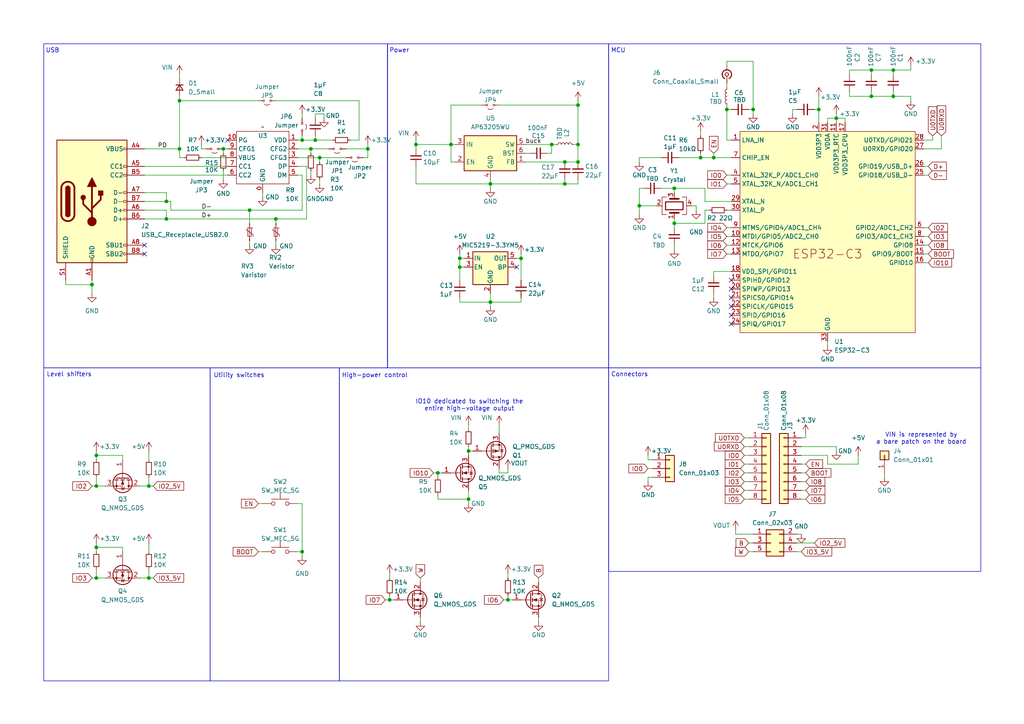
<source format=kicad_sch>
(kicad_sch (version 20231120) (generator "eeschema") (generator_version "8.0")
  (paper "A4")
  (title_block (title "Epi C3") (company "Ping hobbyelektronik"))
  (junction (at 26.67 82.55))
  (junction (at 72.39 60.96))
  (junction (at 133.35 77.47))
  (junction (at 135.89 130.81))
  (junction (at 52.07 43.18))
  (junction (at 130.81 41.91))
  (junction (at 87.63 40.64))
  (junction (at 259.08 27.94))
  (junction (at 113.03 173.99))
  (junction (at 27.94 167.64))
  (junction (at 27.94 132.08))
  (junction (at 48.26 63.5))
  (junction (at 80.01 63.5))
  (junction (at 133.35 74.93))
  (junction (at 237.49 31.75))
  (junction (at 27.94 158.75))
  (junction (at 252.73 20.32))
  (junction (at 87.63 160.02))
  (junction (at 210.82 31.75))
  (junction (at 167.64 41.91))
  (junction (at 64.77 43.18))
  (junction (at 185.42 59.69))
  (junction (at 242.57 34.29))
  (junction (at 48.26 58.42))
  (junction (at 27.94 140.97))
  (junction (at 163.83 53.34))
  (junction (at 90.17 43.18))
  (junction (at 160.02 41.91))
  (junction (at 52.07 29.21))
  (junction (at 135.89 144.78))
  (junction (at 120.65 41.91))
  (junction (at 142.24 53.34))
  (junction (at 163.83 46.99))
  (junction (at 167.64 30.48))
  (junction (at 207.01 45.72))
  (junction (at 195.58 64.77))
  (junction (at 195.58 54.61))
  (junction (at 151.13 74.93))
  (junction (at 127 137.16))
  (junction (at 218.44 31.75))
  (junction (at 106.68 43.18))
  (junction (at 203.2 45.72))
  (junction (at 92.71 45.72))
  (junction (at 91.44 40.64))
  (junction (at 147.32 173.99))
  (junction (at 167.64 46.99))
  (junction (at 43.18 167.64))
  (junction (at 43.18 140.97))
  (junction (at 142.24 87.63))
  (junction (at 252.73 27.94))
  (junction (at 259.08 20.32))
  (no_connect (at 212.09 81.28))
  (no_connect (at 212.09 93.98))
  (no_connect (at 41.91 73.66))
  (no_connect (at 212.09 86.36))
  (no_connect (at 212.09 91.44))
  (no_connect (at 212.09 83.82))
  (no_connect (at 149.86 77.47))
  (no_connect (at 41.91 71.12))
  (no_connect (at 212.09 88.9))
  (no_connect (at 66.04 40.64))
  (wire (pts (xy 207.01 85.09) (xy 207.01 86.36)))
  (wire (pts (xy 48.26 55.88) (xy 48.26 58.42)))
  (wire (pts (xy 210.82 71.12) (xy 212.09 71.12)))
  (wire (pts (xy 248.92 132.08) (xy 248.92 134.62)))
  (wire (pts (xy 41.91 43.18) (xy 52.07 43.18)))
  (wire (pts (xy 218.44 31.75) (xy 217.17 31.75)))
  (wire (pts (xy 133.35 77.47) (xy 134.62 77.47)))
  (wire (pts (xy 113.03 172.72) (xy 113.03 173.99)))
  (wire (pts (xy 27.94 130.81) (xy 27.94 132.08)))
  (wire (pts (xy 269.24 76.2) (xy 267.97 76.2)))
  (wire (pts (xy 125.73 137.16) (xy 127 137.16)))
  (wire (pts (xy 233.68 139.7) (xy 232.41 139.7)))
  (wire (pts (xy 64.77 49.53) (xy 64.77 52.07)))
  (wire (pts (xy 203.2 45.72) (xy 203.2 44.45)))
  (wire (pts (xy 74.93 160.02) (xy 76.2 160.02)))
  (wire (pts (xy 43.18 140.97) (xy 44.45 140.97)))
  (wire (pts (xy 248.92 134.62) (xy 240.03 134.62)))
  (wire (pts (xy 86.36 40.64) (xy 87.63 40.64)))
  (wire (pts (xy 246.38 26.67) (xy 246.38 27.94)))
  (wire (pts (xy 76.2 57.15) (xy 76.2 55.88)))
  (wire (pts (xy 41.91 55.88) (xy 48.26 55.88)))
  (wire (pts (xy 52.07 29.21) (xy 52.07 43.18)))
  (wire (pts (xy 43.18 138.43) (xy 43.18 140.97)))
  (wire (pts (xy 90.17 49.53) (xy 90.17 50.8)))
  (wire (pts (xy 27.94 132.08) (xy 35.56 132.08)))
  (wire (pts (xy 91.44 33.02) (xy 93.98 33.02)))
  (wire (pts (xy 40.64 140.97) (xy 43.18 140.97)))
  (wire (pts (xy 87.63 146.05) (xy 87.63 160.02)))
  (wire (pts (xy 267.97 71.12) (xy 269.24 71.12)))
  (wire (pts (xy 187.96 133.35) (xy 189.23 133.35)))
  (wire (pts (xy 142.24 53.34) (xy 163.83 53.34)))
  (wire (pts (xy 27.94 158.75) (xy 27.94 160.02)))
  (wire (pts (xy 43.18 157.48) (xy 43.18 160.02)))
  (wire (pts (xy 135.89 123.19) (xy 135.89 124.46)))
  (wire (pts (xy 113.03 173.99) (xy 114.3 173.99)))
  (wire (pts (xy 213.36 154.94) (xy 218.44 154.94)))
  (wire (pts (xy 41.91 50.8) (xy 66.04 50.8)))
  (wire (pts (xy 127 144.78) (xy 135.89 144.78)))
  (wire (pts (xy 240.03 34.29) (xy 240.03 35.56)))
  (wire (pts (xy 204.47 60.96) (xy 205.74 60.96)))
  (wire (pts (xy 130.81 30.48) (xy 130.81 41.91)))
  (wire (pts (xy 252.73 20.32) (xy 259.08 20.32)))
  (wire (pts (xy 201.93 60.96) (xy 201.93 59.69)))
  (wire (pts (xy 130.81 46.99) (xy 132.08 46.99)))
  (wire (pts (xy 147.32 172.72) (xy 147.32 173.99)))
  (wire (pts (xy 191.77 54.61) (xy 195.58 54.61)))
  (wire (pts (xy 195.58 55.88) (xy 195.58 54.61)))
  (wire (pts (xy 233.68 142.24) (xy 232.41 142.24)))
  (wire (pts (xy 58.42 43.18) (xy 59.69 43.18)))
  (wire (pts (xy 27.94 132.08) (xy 27.94 133.35)))
  (wire (pts (xy 267.97 50.8) (xy 269.24 50.8)))
  (wire (pts (xy 267.97 73.66) (xy 269.24 73.66)))
  (wire (pts (xy 135.89 130.81) (xy 135.89 132.08)))
  (wire (pts (xy 144.78 30.48) (xy 167.64 30.48)))
  (wire (pts (xy 207.01 45.72) (xy 212.09 45.72)))
  (wire (pts (xy 72.39 64.77) (xy 72.39 60.96)))
  (wire (pts (xy 273.05 39.37) (xy 273.05 43.18)))
  (wire (pts (xy 35.56 158.75) (xy 35.56 160.02)))
  (wire (pts (xy 203.2 45.72) (xy 207.01 45.72)))
  (wire (pts (xy 210.82 24.13) (xy 210.82 25.4)))
  (wire (pts (xy 147.32 135.89) (xy 147.32 137.16)))
  (wire (pts (xy 270.51 39.37) (xy 270.51 40.64)))
  (wire (pts (xy 135.89 146.05) (xy 135.89 144.78)))
  (wire (pts (xy 105.41 45.72) (xy 106.68 45.72)))
  (wire (pts (xy 187.96 135.89) (xy 189.23 135.89)))
  (wire (pts (xy 256.54 137.16) (xy 256.54 138.43)))
  (wire (pts (xy 218.44 33.02) (xy 218.44 31.75)))
  (wire (pts (xy 264.16 29.21) (xy 264.16 27.94)))
  (wire (pts (xy 91.44 33.02) (xy 91.44 34.29)))
  (wire (pts (xy 242.57 34.29) (xy 242.57 35.56)))
  (wire (pts (xy 26.67 140.97) (xy 27.94 140.97)))
  (wire (pts (xy 210.82 60.96) (xy 212.09 60.96)))
  (wire (pts (xy 144.78 135.89) (xy 144.78 137.16)))
  (wire (pts (xy 133.35 87.63) (xy 142.24 87.63)))
  (wire (pts (xy 163.83 52.07) (xy 163.83 53.34)))
  (wire (pts (xy 80.01 29.21) (xy 104.14 29.21)))
  (wire (pts (xy 113.03 166.37) (xy 113.03 167.64)))
  (wire (pts (xy 160.02 41.91) (xy 152.4 41.91)))
  (wire (pts (xy 106.68 41.91) (xy 106.68 43.18)))
  (wire (pts (xy 187.96 138.43) (xy 189.23 138.43)))
  (wire (pts (xy 210.82 30.48) (xy 210.82 31.75)))
  (wire (pts (xy 267.97 48.26) (xy 269.24 48.26)))
  (wire (pts (xy 195.58 64.77) (xy 195.58 66.04)))
  (wire (pts (xy 233.68 137.16) (xy 232.41 137.16)))
  (wire (pts (xy 152.4 44.45) (xy 153.67 44.45)))
  (wire (pts (xy 27.94 167.64) (xy 30.48 167.64)))
  (wire (pts (xy 88.9 48.26) (xy 88.9 63.5)))
  (wire (pts (xy 26.67 167.64) (xy 27.94 167.64)))
  (wire (pts (xy 121.92 167.64) (xy 121.92 168.91)))
  (wire (pts (xy 19.05 82.55) (xy 26.67 82.55)))
  (wire (pts (xy 233.68 134.62) (xy 232.41 134.62)))
  (wire (pts (xy 207.01 80.01) (xy 207.01 78.74)))
  (wire (pts (xy 41.91 58.42) (xy 48.26 58.42)))
  (wire (pts (xy 210.82 66.04) (xy 212.09 66.04)))
  (wire (pts (xy 267.97 68.58) (xy 269.24 68.58)))
  (wire (pts (xy 242.57 129.54) (xy 232.41 129.54)))
  (wire (pts (xy 93.98 33.02) (xy 93.98 34.29)))
  (wire (pts (xy 100.33 43.18) (xy 106.68 43.18)))
  (wire (pts (xy 185.42 46.99) (xy 185.42 45.72)))
  (wire (pts (xy 167.64 29.21) (xy 167.64 30.48)))
  (wire (pts (xy 86.36 146.05) (xy 87.63 146.05)))
  (wire (pts (xy 80.01 63.5) (xy 88.9 63.5)))
  (wire (pts (xy 242.57 34.29) (xy 245.11 34.29)))
  (wire (pts (xy 215.9 144.78) (xy 217.17 144.78)))
  (wire (pts (xy 240.03 134.62) (xy 240.03 132.08)))
  (wire (pts (xy 237.49 27.94) (xy 237.49 31.75)))
  (wire (pts (xy 233.68 127) (xy 232.41 127)))
  (wire (pts (xy 210.82 53.34) (xy 212.09 53.34)))
  (wire (pts (xy 152.4 46.99) (xy 163.83 46.99)))
  (wire (pts (xy 213.36 153.67) (xy 213.36 154.94)))
  (wire (pts (xy 64.77 43.18) (xy 64.77 44.45)))
  (wire (pts (xy 156.21 167.64) (xy 156.21 168.91)))
  (wire (pts (xy 160.02 41.91) (xy 160.02 44.45)))
  (wire (pts (xy 195.58 54.61) (xy 204.47 54.61)))
  (wire (pts (xy 163.83 46.99) (xy 167.64 46.99)))
  (wire (pts (xy 92.71 46.99) (xy 92.71 45.72)))
  (wire (pts (xy 187.96 132.08) (xy 187.96 133.35)))
  (wire (pts (xy 58.42 41.91) (xy 58.42 43.18)))
  (wire (pts (xy 142.24 52.07) (xy 142.24 53.34)))
  (wire (pts (xy 212.09 40.64) (xy 210.82 40.64)))
  (wire (pts (xy 210.82 50.8) (xy 212.09 50.8)))
  (wire (pts (xy 40.64 167.64) (xy 43.18 167.64)))
  (wire (pts (xy 72.39 71.12) (xy 72.39 69.85)))
  (wire (pts (xy 127 143.51) (xy 127 144.78)))
  (wire (pts (xy 111.76 173.99) (xy 113.03 173.99)))
  (wire (pts (xy 273.05 43.18) (xy 267.97 43.18)))
  (wire (pts (xy 203.2 38.1) (xy 203.2 39.37)))
  (wire (pts (xy 264.16 20.32) (xy 264.16 19.05)))
  (wire (pts (xy 240.03 99.06) (xy 240.03 100.33)))
  (wire (pts (xy 52.07 21.59) (xy 52.07 22.86)))
  (wire (pts (xy 210.82 19.05) (xy 210.82 17.78)))
  (wire (pts (xy 27.94 157.48) (xy 27.94 158.75)))
  (wire (pts (xy 196.85 45.72) (xy 203.2 45.72)))
  (wire (pts (xy 163.83 53.34) (xy 167.64 53.34)))
  (wire (pts (xy 144.78 137.16) (xy 147.32 137.16)))
  (wire (pts (xy 49.53 58.42) (xy 49.53 60.96)))
  (wire (pts (xy 210.82 17.78) (xy 218.44 17.78)))
  (wire (pts (xy 270.51 40.64) (xy 267.97 40.64)))
  (wire (pts (xy 101.6 40.64) (xy 104.14 40.64)))
  (wire (pts (xy 64.77 43.18) (xy 66.04 43.18)))
  (wire (pts (xy 151.13 74.93) (xy 149.86 74.93)))
  (wire (pts (xy 217.17 160.02) (xy 218.44 160.02)))
  (wire (pts (xy 104.14 29.21) (xy 104.14 40.64)))
  (wire (pts (xy 26.67 85.09) (xy 26.67 82.55)))
  (wire (pts (xy 130.81 41.91) (xy 130.81 46.99)))
  (wire (pts (xy 120.65 53.34) (xy 142.24 53.34)))
  (wire (pts (xy 259.08 20.32) (xy 264.16 20.32)))
  (wire (pts (xy 86.36 48.26) (xy 88.9 48.26)))
  (wire (pts (xy 41.91 63.5) (xy 48.26 63.5)))
  (wire (pts (xy 166.37 41.91) (xy 167.64 41.91)))
  (wire (pts (xy 133.35 86.36) (xy 133.35 87.63)))
  (wire (pts (xy 233.68 125.73) (xy 233.68 127)))
  (wire (pts (xy 264.16 27.94) (xy 259.08 27.94)))
  (wire (pts (xy 252.73 21.59) (xy 252.73 20.32)))
  (wire (pts (xy 195.58 63.5) (xy 195.58 64.77)))
  (wire (pts (xy 167.64 52.07) (xy 167.64 53.34)))
  (wire (pts (xy 87.63 50.8) (xy 87.63 60.96)))
  (wire (pts (xy 215.9 139.7) (xy 217.17 139.7)))
  (wire (pts (xy 151.13 81.28) (xy 151.13 74.93)))
  (wire (pts (xy 49.53 60.96) (xy 72.39 60.96)))
  (wire (pts (xy 35.56 132.08) (xy 35.56 133.35)))
  (wire (pts (xy 133.35 74.93) (xy 133.35 77.47)))
  (wire (pts (xy 252.73 26.67) (xy 252.73 27.94)))
  (wire (pts (xy 246.38 27.94) (xy 252.73 27.94)))
  (wire (pts (xy 90.17 43.18) (xy 95.25 43.18)))
  (wire (pts (xy 135.89 130.81) (xy 137.16 130.81)))
  (wire (pts (xy 72.39 60.96) (xy 87.63 60.96)))
  (wire (pts (xy 240.03 132.08) (xy 232.41 132.08)))
  (wire (pts (xy 186.69 54.61) (xy 185.42 54.61)))
  (wire (pts (xy 43.18 130.81) (xy 43.18 133.35)))
  (wire (pts (xy 19.05 81.28) (xy 19.05 82.55)))
  (wire (pts (xy 215.9 127) (xy 217.17 127)))
  (wire (pts (xy 142.24 54.61) (xy 142.24 53.34)))
  (wire (pts (xy 120.65 43.18) (xy 120.65 41.91)))
  (wire (pts (xy 242.57 34.29) (xy 242.57 33.02)))
  (wire (pts (xy 151.13 73.66) (xy 151.13 74.93)))
  (wire (pts (xy 201.93 59.69) (xy 200.66 59.69)))
  (wire (pts (xy 151.13 86.36) (xy 151.13 87.63)))
  (wire (pts (xy 48.26 63.5) (xy 80.01 63.5)))
  (wire (pts (xy 130.81 30.48) (xy 139.7 30.48)))
  (wire (pts (xy 120.65 41.91) (xy 130.81 41.91)))
  (wire (pts (xy 236.22 31.75) (xy 237.49 31.75)))
  (wire (pts (xy 58.42 45.72) (xy 66.04 45.72)))
  (wire (pts (xy 26.67 82.55) (xy 26.67 81.28)))
  (wire (pts (xy 147.32 173.99) (xy 148.59 173.99)))
  (wire (pts (xy 242.57 130.81) (xy 242.57 129.54)))
  (wire (pts (xy 156.21 180.34) (xy 156.21 179.07)))
  (wire (pts (xy 41.91 48.26) (xy 66.04 48.26)))
  (wire (pts (xy 90.17 44.45) (xy 90.17 43.18)))
  (wire (pts (xy 161.29 41.91) (xy 160.02 41.91)))
  (wire (pts (xy 146.05 173.99) (xy 147.32 173.99)))
  (wire (pts (xy 120.65 40.64) (xy 120.65 41.91)))
  (wire (pts (xy 218.44 17.78) (xy 218.44 31.75)))
  (wire (pts (xy 41.91 60.96) (xy 48.26 60.96)))
  (wire (pts (xy 27.94 158.75) (xy 35.56 158.75)))
  (wire (pts (xy 133.35 74.93) (xy 134.62 74.93)))
  (wire (pts (xy 158.75 44.45) (xy 160.02 44.45)))
  (wire (pts (xy 207.01 78.74) (xy 212.09 78.74)))
  (wire (pts (xy 167.64 30.48) (xy 167.64 41.91)))
  (wire (pts (xy 215.9 137.16) (xy 217.17 137.16)))
  (wire (pts (xy 246.38 20.32) (xy 252.73 20.32)))
  (wire (pts (xy 167.64 41.91) (xy 167.64 46.99)))
  (wire (pts (xy 142.24 87.63) (xy 142.24 88.9)))
  (wire (pts (xy 91.44 40.64) (xy 96.52 40.64)))
  (wire (pts (xy 237.49 31.75) (xy 237.49 35.56)))
  (wire (pts (xy 204.47 58.42) (xy 212.09 58.42)))
  (wire (pts (xy 252.73 27.94) (xy 259.08 27.94)))
  (wire (pts (xy 86.36 45.72) (xy 92.71 45.72)))
  (wire (pts (xy 215.9 132.08) (xy 217.17 132.08)))
  (wire (pts (xy 231.14 154.94) (xy 232.41 154.94)))
  (wire (pts (xy 92.71 52.07) (xy 92.71 53.34)))
  (wire (pts (xy 215.9 142.24) (xy 217.17 142.24)))
  (wire (pts (xy 87.63 160.02) (xy 86.36 160.02)))
  (wire (pts (xy 87.63 40.64) (xy 91.44 40.64)))
  (wire (pts (xy 187.96 138.43) (xy 187.96 139.7)))
  (wire (pts (xy 215.9 134.62) (xy 217.17 134.62)))
  (wire (pts (xy 259.08 26.67) (xy 259.08 27.94)))
  (wire (pts (xy 27.94 165.1) (xy 27.94 167.64)))
  (wire (pts (xy 52.07 29.21) (xy 74.93 29.21)))
  (wire (pts (xy 204.47 54.61) (xy 204.47 58.42)))
  (wire (pts (xy 210.82 73.66) (xy 212.09 73.66)))
  (wire (pts (xy 144.78 123.19) (xy 144.78 125.73)))
  (wire (pts (xy 87.63 39.37) (xy 87.63 40.64)))
  (wire (pts (xy 120.65 48.26) (xy 120.65 53.34)))
  (wire (pts (xy 215.9 129.54) (xy 217.17 129.54)))
  (wire (pts (xy 127 137.16) (xy 127 138.43)))
  (wire (pts (xy 80.01 71.12) (xy 80.01 69.85)))
  (wire (pts (xy 151.13 87.63) (xy 142.24 87.63)))
  (wire (pts (xy 43.18 167.64) (xy 44.45 167.64)))
  (wire (pts (xy 259.08 20.32) (xy 259.08 21.59)))
  (wire (pts (xy 185.42 45.72) (xy 191.77 45.72)))
  (wire (pts (xy 127 137.16) (xy 128.27 137.16)))
  (wire (pts (xy 147.32 166.37) (xy 147.32 167.64)))
  (wire (pts (xy 52.07 45.72) (xy 53.34 45.72)))
  (wire (pts (xy 27.94 140.97) (xy 30.48 140.97)))
  (wire (pts (xy 48.26 58.42) (xy 49.53 58.42)))
  (wire (pts (xy 86.36 50.8) (xy 87.63 50.8)))
  (wire (pts (xy 240.03 34.29) (xy 242.57 34.29)))
  (wire (pts (xy 121.92 180.34) (xy 121.92 179.07)))
  (wire (pts (xy 91.44 39.37) (xy 91.44 40.64)))
  (wire (pts (xy 229.87 31.75) (xy 229.87 33.02)))
  (wire (pts (xy 212.09 31.75) (xy 210.82 31.75)))
  (wire (pts (xy 52.07 43.18) (xy 52.07 45.72)))
  (wire (pts (xy 210.82 68.58) (xy 212.09 68.58)))
  (wire (pts (xy 210.82 40.64) (xy 210.82 31.75)))
  (wire (pts (xy 92.71 45.72) (xy 100.33 45.72)))
  (wire (pts (xy 80.01 64.77) (xy 80.01 63.5)))
  (wire (pts (xy 267.97 66.04) (xy 269.24 66.04)))
  (wire (pts (xy 87.63 161.29) (xy 87.63 160.02)))
  (wire (pts (xy 245.11 34.29) (xy 245.11 35.56)))
  (wire (pts (xy 133.35 73.66) (xy 133.35 74.93)))
  (wire (pts (xy 43.18 165.1) (xy 43.18 167.64)))
  (wire (pts (xy 185.42 59.69) (xy 190.5 59.69)))
  (wire (pts (xy 52.07 27.94) (xy 52.07 29.21)))
  (wire (pts (xy 195.58 64.77) (xy 204.47 64.77)))
  (wire (pts (xy 27.94 138.43) (xy 27.94 140.97)))
  (wire (pts (xy 48.26 60.96) (xy 48.26 63.5)))
  (wire (pts (xy 74.93 146.05) (xy 76.2 146.05)))
  (wire (pts (xy 185.42 54.61) (xy 185.42 59.69)))
  (wire (pts (xy 135.89 129.54) (xy 135.89 130.81)))
  (wire (pts (xy 87.63 33.02) (xy 87.63 34.29)))
  (wire (pts (xy 207.01 44.45) (xy 207.01 45.72)))
  (wire (pts (xy 232.41 160.02) (xy 231.14 160.02)))
  (wire (pts (xy 133.35 77.47) (xy 133.35 81.28)))
  (wire (pts (xy 204.47 64.77) (xy 204.47 60.96)))
  (wire (pts (xy 142.24 85.09) (xy 142.24 87.63)))
  (wire (pts (xy 231.14 31.75) (xy 229.87 31.75)))
  (wire (pts (xy 217.17 157.48) (xy 218.44 157.48)))
  (wire (pts (xy 195.58 71.12) (xy 195.58 72.39)))
  (wire (pts (xy 233.68 144.78) (xy 232.41 144.78)))
  (wire (pts (xy 185.42 62.23) (xy 185.42 59.69)))
  (wire (pts (xy 106.68 43.18) (xy 106.68 45.72)))
  (wire (pts (xy 130.81 41.91) (xy 132.08 41.91)))
  (wire (pts (xy 86.36 43.18) (xy 90.17 43.18)))
  (wire (pts (xy 135.89 144.78) (xy 135.89 142.24)))
  (wire (pts (xy 246.38 21.59) (xy 246.38 20.32)))
  (wire (pts (xy 231.14 157.48) (xy 236.22 157.48)))
  (rectangle (start 112.395 12.7) (end 176.53 106.68))
  (rectangle (start 12.7 12.7) (end 112.395 106.68))
  (rectangle (start 60.96 106.68) (end 98.425 197.485))
  (rectangle (start 12.7 106.68) (end 60.96 197.485))
  (rectangle (start 98.425 106.68) (end 176.53 197.485))
  (rectangle (start 176.53 106.68) (end 284.48 165.735))
  (rectangle (start 176.53 12.7) (end 284.48 106.68))
  (text "USB" (at 15.24 14.732 0) (effects (font (size 1.27 1.27))))
  (text "MCU" (at 179.324 14.732 0) (effects (font (size 1.27 1.27))))
  (text "VIN is represented by\na bare patch on the board" (at 267.208 127.254 0) (effects (font (size 1.27 1.27))))
  (text "Power" (at 115.824 14.732 0) (effects (font (size 1.27 1.27))))
  (text "Utility switches" (at 69.342 108.966 0) (effects (font (size 1.27 1.27))))
  (text "Connectors" (at 182.626 108.712 0) (effects (font (size 1.27 1.27))))
  (text "High-power control" (at 108.712 108.966 0) (effects (font (size 1.27 1.27))))
  (text "IO10 dedicated to switching the\nentire high-voltage output" (at 136.144 117.602 0) (effects (font (size 1.27 1.27))))
  (text "Level shifters" (at 20.066 108.712 0) (effects (font (size 1.27 1.27))))
  (label "D+" (at 58.42 63.5 0))
  (label "buck" (at 152.4 41.91 0))
  (label "PD" (at 45.72 43.18 0))
  (label "D-" (at 58.42 60.96 0))
  (global_label "IO3_5V" (shape input) (at 44.45 167.64 0) (property "Intersheetrefs" "${INTERSHEET_REFS}" (effects (hide yes))))
  (global_label "IO0" (shape input) (at 210.82 50.8 180) (property "Intersheetrefs" "${INTERSHEET_REFS}" (effects (hide yes))))
  (global_label "IO10" (shape input) (at 125.73 137.16 180) (property "Intersheetrefs" "${INTERSHEET_REFS}" (effects (hide yes))))
  (global_label "IO10" (shape input) (at 269.24 76.2 0) (property "Intersheetrefs" "${INTERSHEET_REFS}" (effects (hide yes))))
  (global_label "IO5" (shape input) (at 215.9 144.78 180) (property "Intersheetrefs" "${INTERSHEET_REFS}" (effects (hide yes))))
  (global_label "EN" (shape input) (at 74.93 146.05 180) (property "Intersheetrefs" "${INTERSHEET_REFS}" (effects (hide yes))))
  (global_label "U0RXD" (shape input) (at 215.9 129.54 180) (property "Intersheetrefs" "${INTERSHEET_REFS}" (effects (hide yes))))
  (global_label "B" (shape input) (at 217.17 157.48 180) (property "Intersheetrefs" "${INTERSHEET_REFS}" (effects (hide yes))))
  (global_label "IO3" (shape input) (at 215.9 139.7 180) (property "Intersheetrefs" "${INTERSHEET_REFS}" (effects (hide yes))))
  (global_label "IO8" (shape input) (at 269.24 71.12 0) (property "Intersheetrefs" "${INTERSHEET_REFS}" (effects (hide yes))))
  (global_label "U0TXD" (shape input) (at 215.9 127 180) (property "Intersheetrefs" "${INTERSHEET_REFS}" (effects (hide yes))))
  (global_label "IO6" (shape input) (at 146.05 173.99 180) (property "Intersheetrefs" "${INTERSHEET_REFS}" (effects (hide yes))))
  (global_label "IO5" (shape input) (at 210.82 68.58 180) (property "Intersheetrefs" "${INTERSHEET_REFS}" (effects (hide yes))))
  (global_label "IO2_5V" (shape input) (at 44.45 140.97 0) (property "Intersheetrefs" "${INTERSHEET_REFS}" (effects (hide yes))))
  (global_label "IO3" (shape input) (at 26.67 167.64 180) (property "Intersheetrefs" "${INTERSHEET_REFS}" (effects (hide yes))))
  (global_label "IO2" (shape input) (at 26.67 140.97 180) (property "Intersheetrefs" "${INTERSHEET_REFS}" (effects (hide yes))))
  (global_label "IO0" (shape input) (at 187.96 135.89 180) (property "Intersheetrefs" "${INTERSHEET_REFS}" (effects (hide yes))))
  (global_label "IO6" (shape input) (at 233.68 144.78 0) (property "Intersheetrefs" "${INTERSHEET_REFS}" (effects (hide yes))))
  (global_label "IO7" (shape input) (at 210.82 73.66 180) (property "Intersheetrefs" "${INTERSHEET_REFS}" (effects (hide yes))))
  (global_label "U0TXD" (shape input) (at 270.51 39.37 90) (property "Intersheetrefs" "${INTERSHEET_REFS}" (effects (hide yes))))
  (global_label "IO6" (shape input) (at 210.82 71.12 180) (property "Intersheetrefs" "${INTERSHEET_REFS}" (effects (hide yes))))
  (global_label "BOOT" (shape input) (at 74.93 160.02 180) (property "Intersheetrefs" "${INTERSHEET_REFS}" (effects (hide yes))))
  (global_label "IO0" (shape input) (at 215.9 132.08 180) (property "Intersheetrefs" "${INTERSHEET_REFS}" (effects (hide yes))))
  (global_label "D-" (shape input) (at 269.24 50.8 0) (property "Intersheetrefs" "${INTERSHEET_REFS}" (effects (hide yes))))
  (global_label "IO7" (shape input) (at 233.68 142.24 0) (property "Intersheetrefs" "${INTERSHEET_REFS}" (effects (hide yes))))
  (global_label "IO2" (shape input) (at 215.9 137.16 180) (property "Intersheetrefs" "${INTERSHEET_REFS}" (effects (hide yes))))
  (global_label "IO1" (shape input) (at 215.9 134.62 180) (property "Intersheetrefs" "${INTERSHEET_REFS}" (effects (hide yes))))
  (global_label "IO4" (shape input) (at 215.9 142.24 180) (property "Intersheetrefs" "${INTERSHEET_REFS}" (effects (hide yes))))
  (global_label "IO8" (shape input) (at 233.68 139.7 0) (property "Intersheetrefs" "${INTERSHEET_REFS}" (effects (hide yes))))
  (global_label "IO2_5V" (shape input) (at 236.22 157.48 0) (property "Intersheetrefs" "${INTERSHEET_REFS}" (effects (hide yes))))
  (global_label "BOOT" (shape input) (at 269.24 73.66 0) (property "Intersheetrefs" "${INTERSHEET_REFS}" (effects (hide yes))))
  (global_label "IO1" (shape input) (at 210.82 53.34 180) (property "Intersheetrefs" "${INTERSHEET_REFS}" (effects (hide yes))))
  (global_label "IO3" (shape input) (at 269.24 68.58 0) (property "Intersheetrefs" "${INTERSHEET_REFS}" (effects (hide yes))))
  (global_label "BOOT" (shape input) (at 233.68 137.16 0) (property "Intersheetrefs" "${INTERSHEET_REFS}" (effects (hide yes))))
  (global_label "IO4" (shape input) (at 210.82 66.04 180) (property "Intersheetrefs" "${INTERSHEET_REFS}" (effects (hide yes))))
  (global_label "U0RXD" (shape input) (at 273.05 39.37 90) (property "Intersheetrefs" "${INTERSHEET_REFS}" (effects (hide yes))))
  (global_label "EN" (shape input) (at 233.68 134.62 0) (property "Intersheetrefs" "${INTERSHEET_REFS}" (effects (hide yes))))
  (global_label "IO3_5V" (shape input) (at 232.41 160.02 0) (property "Intersheetrefs" "${INTERSHEET_REFS}" (effects (hide yes))))
  (global_label "EN" (shape input) (at 207.01 44.45 90) (property "Intersheetrefs" "${INTERSHEET_REFS}" (effects (hide yes))))
  (global_label "W" (shape input) (at 217.17 160.02 180) (property "Intersheetrefs" "${INTERSHEET_REFS}" (effects (hide yes))))
  (global_label "D+" (shape input) (at 269.24 48.26 0) (property "Intersheetrefs" "${INTERSHEET_REFS}" (effects (hide yes))))
  (global_label "IO2" (shape input) (at 269.24 66.04 0) (property "Intersheetrefs" "${INTERSHEET_REFS}" (effects (hide yes))))
  (global_label "W" (shape input) (at 121.92 167.64 90) (property "Intersheetrefs" "${INTERSHEET_REFS}" (effects (hide yes))))
  (global_label "IO7" (shape input) (at 111.76 173.99 180) (property "Intersheetrefs" "${INTERSHEET_REFS}" (effects (hide yes))))
  (global_label "B" (shape input) (at 156.21 167.64 90) (property "Intersheetrefs" "${INTERSHEET_REFS}" (effects (hide yes))))
  (symbol (lib_id "power:VCC") (at 147.32 135.89 0) (unit 1)
    (property "Reference" "#PWR015" (effects (hide yes)))
    (property "Value" "VOUT" (at 150.622 134.366 0))
    (property "Description" "Power symbol creates a global label with name \"VCC\"" (effects (hide yes)))
  )
  (symbol (lib_id "power:GND") (at 232.41 154.94 0) (unit 1)
    (property "Reference" "#PWR046" (effects (hide yes)))
    (property "Value" "GND" (at 232.41 152.654 0))
  )
  (symbol (lib_id "power:+3.3V") (at 233.68 125.73 0) (unit 1)
    (property "Reference" "#PWR025" (effects (hide yes)))
    (property "Value" "+3.3V" (at 233.68 121.92 0))
  )
  (symbol (lib_id "power:GND") (at 187.96 139.7 0) (unit 1)
    (property "Reference" "#PWR052" (effects (hide yes)))
    (property "Value" "GND" (at 187.96 143.51 0))
  )
  (symbol (lib_id "Device:R_Small") (at 208.28 60.96 90) (unit 1)
    (property "Reference" "R2" (at 207.772 63.246 90) (effects (justify left)))
    (property "Value" "22Ω" (at 212.598 63.246 90) (effects (justify left)))
    (property "Footprint" "Resistor_SMD:R_0402_1005Metric" (effects (hide yes)))
  )
  (symbol (lib_id "power:+3.3V") (at 27.94 157.48 0) (unit 1)
    (property "Reference" "#PWR043" (effects (hide yes)))
    (property "Value" "+3.3V" (at 31.75 156.21 0))
  )
  (symbol (lib_name "Polyfuse_Small_1") (lib_id "Device:Polyfuse_Small") (at 80.01 67.31 0) (unit 1)
    (property "Reference" "RV2" (at 77.978 74.676 0) (effects (justify left)))
    (property "Value" "Varistor" (at 77.978 77.216 0) (effects (justify left)))
    (property "Footprint" "Resistor_SMD:R_0402_1005Metric" (effects (hide yes)))
  )
  (symbol (lib_name "Polyfuse_Small_1") (lib_id "Device:Polyfuse_Small") (at 72.39 67.31 0) (unit 1)
    (property "Reference" "RV3" (at 69.85 77.216 0) (effects (justify left)))
    (property "Value" "Varistor" (at 69.85 79.756 0) (effects (justify left)))
    (property "Footprint" "Resistor_SMD:R_0402_1005Metric" (effects (hide yes)))
  )
  (symbol (lib_id "power:GND") (at 207.01 86.36 0) (unit 1)
    (property "Reference" "#PWR020" (effects (hide yes)))
    (property "Value" "GND" (at 207.01 90.17 0))
  )
  (symbol (lib_id "power:+3.3V") (at 187.96 132.08 0) (unit 1)
    (property "Reference" "#PWR051" (effects (hide yes)))
    (property "Value" "+3.3V" (at 191.77 130.81 0))
  )
  (symbol (lib_id "Device:R_Small") (at 127 140.97 180) (unit 1)
    (property "Reference" "R5" (at 121.412 139.7 0) (effects (justify right)))
    (property "Value" "10K" (at 121.412 142.24 0) (effects (justify right)))
    (property "Footprint" "Resistor_SMD:R_0402_1005Metric" (effects (hide yes)))
    (property "Description" "Resistor, small symbol" (effects (hide yes)))
  )
  (symbol (lib_id "PCM_Espressif:ESP32-C3") (at 240.03 68.58 0) (unit 1)
    (property "Reference" "U1" (at 241.9859 99.06 0) (effects (justify left)))
    (property "Value" "ESP32-C3" (at 241.9859 101.6 0) (effects (justify left)))
    (property "Footprint" "Package_DFN_QFN:QFN-32-1EP_5x5mm_P0.5mm_EP3.45x3.45mm" (effects (hide yes)))
    (property "Datasheet" "https://www.espressif.com/sites/default/files/documentation/esp32-c3_datasheet_en.pdf" (effects (hide yes)))
  )
  (symbol (lib_id "Connector_Generic:Conn_01x03") (at 194.31 135.89 0) (unit 1)
    (property "Reference" "J8" (at 196.85 134.6199 0) (effects (justify left)))
    (property "Value" "Conn_01x03" (at 196.85 137.1599 0) (effects (justify left)))
    (property "Footprint" "Connector_PinHeader_2.54mm:PinHeader_1x03_P2.54mm_Vertical" (effects (hide yes)))
    (property "Description" "Generic connector, single row, 01x03, script generated (kicad-library-utils/schlib/autogen/connector/)" (effects (hide yes)))
  )
  (symbol (lib_id "Device:C_Small") (at 252.73 24.13 180) (unit 1)
    (property "Reference" "C7" (at 254.762 18.034 90) (effects (justify right)))
    (property "Value" "100nF" (at 252.603 19.431 90) (effects (justify right)))
    (property "Footprint" "Capacitor_SMD:C_0402_1005Metric" (effects (hide yes)))
  )
  (symbol (lib_id "power:GND") (at 72.39 71.12 0) (unit 1)
    (property "Reference" "#PWR055" (effects (hide yes)))
    (property "Value" "GND" (at 75.438 71.374 0))
    (property "Description" "Power symbol creates a global label with name \"GND\" , ground" (effects (hide yes)))
  )
  (symbol (lib_id "power:+3.3V") (at 106.68 41.91 0) (unit 1)
    (property "Reference" "#PWR011" (effects (hide yes)))
    (property "Value" "+3.3V" (at 110.49 40.64 0))
  )
  (symbol (lib_id "Jumper:Jumper_2_Small_Open") (at 62.23 43.18 180) (unit 1) (exclude_from_sim yes)
    (property "Reference" "JP3" (at 58.42 55.118 0))
    (property "Value" "Jumper" (at 58.42 52.578 0))
    (property "Footprint" "Jumper:SolderJumper-2_P1.3mm_Open_RoundedPad1.0x1.5mm" (effects (hide yes)))
    (property "Description" "Jumper, 2-pole, small symbol, open" (effects (hide yes)))
  )
  (symbol (lib_id "power:GND") (at 256.54 138.43 0) (mirror y) (unit 1)
    (property "Reference" "#PWR050" (effects (hide yes)))
    (property "Value" "GND" (at 256.54 142.24 0))
  )
  (symbol (lib_id "Device:R_Small") (at 99.06 40.64 90) (unit 1)
    (property "Reference" "R1" (at 99.06 35.56 90))
    (property "Value" "1K" (at 99.06 38.1 90))
    (property "Footprint" "Resistor_SMD:R_0402_1005Metric" (effects (hide yes)))
    (property "Description" "Resistor, small symbol" (effects (hide yes)))
  )
  (symbol (lib_name "+5V_1") (lib_id "power:+5V") (at 43.18 157.48 0) (unit 1)
    (property "Reference" "#PWR044" (effects (hide yes)))
    (property "Value" "+5V" (at 40.132 156.21 0))
    (property "Description" "Power symbol creates a global label with name \"+5V\"" (effects (hide yes)))
  )
  (symbol (lib_id "diy:CH224K") (at 76.2 45.72 0) (mirror y) (unit 1)
    (property "Reference" "U3" (at 76.2 39.37 0))
    (property "Value" "~" (at 76.2 36.83 0))
    (property "Footprint" "Package_SO:SOIC-10_3.9x4.9mm_P1mm" (effects (hide yes)))
  )
  (symbol (lib_id "Device:Q_NMOS_GDS") (at 153.67 173.99 0) (unit 1)
    (property "Reference" "Q2" (at 160.02 172.7199 0) (effects (justify left)))
    (property "Value" "Q_NMOS_GDS" (at 160.02 175.2599 0) (effects (justify left)))
    (property "Footprint" "Package_TO_SOT_SMD:SOT-23-3" (effects (hide yes)))
    (property "Description" "N-MOSFET transistor, gate/drain/source" (effects (hide yes)))
  )
  (symbol (lib_id "power:GND") (at 80.01 71.12 0) (unit 1)
    (property "Reference" "#PWR022" (effects (hide yes)))
    (property "Value" "GND" (at 83.058 71.374 0))
    (property "Description" "Power symbol creates a global label with name \"GND\" , ground" (effects (hide yes)))
  )
  (symbol (lib_id "power:GND") (at 185.42 62.23 0) (unit 1)
    (property "Reference" "#PWR02" (effects (hide yes)))
    (property "Value" "GND" (at 185.42 66.04 0))
  )
  (symbol (lib_id "Jumper:Jumper_2_Small_Open") (at 142.24 30.48 180) (unit 1) (exclude_from_sim yes)
    (property "Reference" "JP4" (at 142.24 28.956 0))
    (property "Value" "Jumper" (at 142.24 26.416 0))
    (property "Footprint" "Jumper:SolderJumper-2_P1.3mm_Open_RoundedPad1.0x1.5mm" (effects (hide yes)))
    (property "Description" "Jumper, 2-pole, small symbol, open" (effects (hide yes)))
  )
  (symbol (lib_id "power:GND") (at 229.87 33.02 0) (unit 1)
    (property "Reference" "#PWR024" (effects (hide yes)))
    (property "Value" "GND" (at 229.87 36.83 0))
  )
  (symbol (lib_id "Device:Q_NMOS_GDS") (at 35.56 138.43 270) (unit 1)
    (property "Reference" "Q3" (at 35.56 144.78 90))
    (property "Value" "Q_NMOS_GDS" (at 35.56 147.32 90))
    (property "Footprint" "Package_TO_SOT_SMD:SOT-23-3" (effects (hide yes)))
    (property "Description" "N-MOSFET transistor, gate/drain/source" (effects (hide yes)))
  )
  (symbol (lib_id "Device:C_Small") (at 91.44 36.83 180) (unit 1)
    (property "Reference" "C8" (at 90.932 27.178 0) (effects (justify right)))
    (property "Value" "1µF" (at 90.932 24.638 0) (effects (justify right)))
    (property "Footprint" "Capacitor_SMD:C_0402_1005Metric" (effects (hide yes)))
  )
  (symbol (lib_id "power:GND") (at 90.17 50.8 0) (unit 1)
    (property "Reference" "#PWR033" (effects (hide yes)))
    (property "Value" "GND" (at 90.932 57.658 0))
    (property "Description" "Power symbol creates a global label with name \"GND\" , ground" (effects (hide yes)))
  )
  (symbol (lib_id "Device:C_Small") (at 156.21 44.45 90) (unit 1)
    (property "Reference" "C15" (at 154.178 39.37 90) (effects (justify right)))
    (property "Value" "100nF" (at 152.908 37.084 90) (effects (justify right)))
    (property "Footprint" "Capacitor_SMD:C_0402_1005Metric" (effects (hide yes)))
  )
  (symbol (lib_id "power:GND") (at 156.21 180.34 0) (unit 1)
    (property "Reference" "#PWR047" (effects (hide yes)))
    (property "Value" "GND" (at 156.21 184.15 0))
  )
  (symbol (lib_id "Connector:USB_C_Receptacle_USB2.0") (at 26.67 58.42 0) (unit 1)
    (property "Reference" "J2" (at 40.894 65.532 0) (effects (justify left)))
    (property "Value" "USB_C_Receptacle_USB2.0" (at 40.894 68.072 0) (effects (justify left)))
    (property "Footprint" "Connector_USB:USB_C_Receptacle_G-Switch_GT-USB-7010ASV" (effects (hide yes)))
    (property "Datasheet" "https://www.usb.org/sites/default/files/documents/usb_type-c.zip" (effects (hide yes)))
  )
  (symbol (lib_id "power:GND") (at 92.71 53.34 0) (unit 1)
    (property "Reference" "#PWR032" (effects (hide yes)))
    (property "Value" "GND" (at 94.742 57.658 0))
    (property "Description" "Power symbol creates a global label with name \"GND\" , ground" (effects (hide yes)))
  )
  (symbol (lib_id "Device:R_Small") (at 90.17 46.99 180) (unit 1)
    (property "Reference" "R8" (at 82.804 55.118 0) (effects (justify right)))
    (property "Value" "10K" (at 82.804 57.658 0) (effects (justify right)))
    (property "Footprint" "Resistor_SMD:R_0402_1005Metric" (effects (hide yes)))
    (property "Description" "Resistor, small symbol" (effects (hide yes)))
  )
  (symbol (lib_name "SW_MEC_5G_1") (lib_id "Switch:SW_MEC_5G") (at 81.28 146.05 0) (unit 1)
    (property "Reference" "SW2" (at 81.28 139.7 0))
    (property "Value" "SW_MEC_5G" (at 81.28 142.24 0))
    (property "Footprint" "DIY:R-668048" (effects (hide yes)))
    (property "Datasheet" "http://www.apem.com/int/index.php?controller=attachment&id_attachment=488" (effects (hide yes)))
  )
  (symbol (lib_id "Device:R_Small") (at 147.32 170.18 180) (unit 1)
    (property "Reference" "R13" (at 148.59 168.91 0) (effects (justify right)))
    (property "Value" "10K" (at 148.59 171.45 0) (effects (justify right)))
    (property "Footprint" "Resistor_SMD:R_0402_1005Metric" (effects (hide yes)))
    (property "Description" "Resistor, small symbol" (effects (hide yes)))
  )
  (symbol (lib_id "Device:Crystal_GND24") (at 195.58 59.69 90) (unit 1)
    (property "Reference" "Y1" (at 195.58 49.53 90))
    (property "Value" "Crystal" (at 195.58 52.07 90))
    (property "Footprint" "Crystal:Crystal_SMD_2016-4Pin_2.0x1.6mm" (effects (hide yes)))
  )
  (symbol (lib_id "power:VCC") (at 213.36 153.67 0) (unit 1)
    (property "Reference" "#PWR045" (effects (hide yes)))
    (property "Value" "VOUT" (at 209.296 152.4 0))
    (property "Description" "Power symbol creates a global label with name \"VCC\"" (effects (hide yes)))
  )
  (symbol (lib_id "power:GND") (at 201.93 60.96 0) (unit 1)
    (property "Reference" "#PWR03" (effects (hide yes)))
    (property "Value" "GND" (at 201.93 67.31 0))
  )
  (symbol (lib_id "Device:R_Small") (at 43.18 162.56 180) (unit 1)
    (property "Reference" "R12" (at 44.45 161.29 0) (effects (justify right)))
    (property "Value" "10K" (at 44.45 163.83 0) (effects (justify right)))
    (property "Footprint" "Resistor_SMD:R_0402_1005Metric" (effects (hide yes)))
    (property "Description" "Resistor, small symbol" (effects (hide yes)))
  )
  (symbol (lib_id "Device:C_Small") (at 195.58 68.58 180) (unit 1)
    (property "Reference" "C4" (at 189.23 68.58 0) (effects (justify right)))
    (property "Value" "TBD" (at 189.23 71.12 0) (effects (justify right)))
    (property "Footprint" "Capacitor_SMD:C_0402_1005Metric" (effects (hide yes)))
  )
  (symbol (lib_name "+5V_1") (lib_id "power:+5V") (at 43.18 130.81 0) (unit 1)
    (property "Reference" "#PWR041" (effects (hide yes)))
    (property "Value" "+5V" (at 40.132 129.54 0))
    (property "Description" "Power symbol creates a global label with name \"+5V\"" (effects (hide yes)))
  )
  (symbol (lib_id "power:GND") (at 142.24 54.61 0) (unit 1)
    (property "Reference" "#PWR017" (effects (hide yes)))
    (property "Value" "GND" (at 142.24 58.42 0))
  )
  (symbol (lib_id "Device:R_Small") (at 135.89 127 180) (unit 1)
    (property "Reference" "R4" (at 130.302 125.73 0) (effects (justify right)))
    (property "Value" "10K" (at 130.302 128.27 0) (effects (justify right)))
    (property "Footprint" "Resistor_SMD:R_0402_1005Metric" (effects (hide yes)))
    (property "Description" "Resistor, small symbol" (effects (hide yes)))
  )
  (symbol (lib_id "power:+3.3V") (at 242.57 33.02 0) (unit 1)
    (property "Reference" "#PWR07" (effects (hide yes)))
    (property "Value" "+3.3V" (at 246.38 33.02 0))
  )
  (symbol (lib_id "Device:C_Small") (at 163.83 49.53 180) (unit 1)
    (property "Reference" "C17" (at 156.972 48.514 0) (effects (justify right)))
    (property "Value" "22µF" (at 156.972 51.054 0) (effects (justify right)))
    (property "Footprint" "Capacitor_SMD:C_0805_2012Metric" (effects (hide yes)))
  )
  (symbol (lib_id "Device:C_Small") (at 233.68 31.75 90) (unit 1)
    (property "Reference" "C5" (at 228.6 29.21 90) (effects (justify right)))
    (property "Value" "1µF" (at 228.6 26.67 90) (effects (justify right)))
    (property "Footprint" "Capacitor_SMD:C_0402_1005Metric" (effects (hide yes)))
  )
  (symbol (lib_id "Device:Q_NMOS_GDS") (at 35.56 165.1 270) (unit 1)
    (property "Reference" "Q4" (at 35.56 171.45 90))
    (property "Value" "Q_NMOS_GDS" (at 35.56 173.99 90))
    (property "Footprint" "Package_TO_SOT_SMD:SOT-23-3" (effects (hide yes)))
    (property "Description" "N-MOSFET transistor, gate/drain/source" (effects (hide yes)))
  )
  (symbol (lib_id "power:+3.3V") (at 237.49 27.94 0) (unit 1)
    (property "Reference" "#PWR029" (effects (hide yes)))
    (property "Value" "+3.3V" (at 240.792 28.194 0))
  )
  (symbol (lib_id "Device:Q_NMOS_GDS") (at 133.35 137.16 0) (mirror x) (unit 1)
    (property "Reference" "Q5" (at 138.684 141.224 0) (effects (justify left)))
    (property "Value" "Q_NMOS_GDS" (at 138.684 138.684 0) (effects (justify left)))
    (property "Footprint" "Package_TO_SOT_SMD:SOT-23-3" (effects (hide yes)))
    (property "Description" "N-MOSFET transistor, gate/drain/source" (effects (hide yes)))
  )
  (symbol (lib_id "power:+3.3V") (at 264.16 19.05 0) (unit 1)
    (property "Reference" "#PWR05" (effects (hide yes)))
    (property "Value" "+3.3V" (at 265.43 17.78 0) (effects (justify left)))
  )
  (symbol (lib_id "power:+3.3V") (at 203.2 38.1 0) (unit 1)
    (property "Reference" "#PWR010" (effects (hide yes)))
    (property "Value" "+3.3V" (at 203.2 34.29 0))
  )
  (symbol (lib_id "Device:C_Small") (at 189.23 54.61 90) (unit 1)
    (property "Reference" "C3" (at 189.23 49.276 90))
    (property "Value" "TBD" (at 189.23 51.816 90))
    (property "Footprint" "Capacitor_SMD:C_0402_1005Metric" (effects (hide yes)))
  )
  (symbol (lib_id "Device:R_Small") (at 92.71 49.53 180) (unit 1)
    (property "Reference" "R3" (at 95.758 52.07 0) (effects (justify right)))
    (property "Value" "10K" (at 95.758 54.61 0) (effects (justify right)))
    (property "Footprint" "Resistor_SMD:R_0402_1005Metric" (effects (hide yes)))
    (property "Description" "Resistor, small symbol" (effects (hide yes)))
  )
  (symbol (lib_id "Device:C_Small") (at 207.01 82.55 0) (unit 1)
    (property "Reference" "C12" (at 204.47 83.82 0) (effects (justify right)))
    (property "Value" "1µF" (at 204.47 81.28 0) (effects (justify right)))
    (property "Footprint" "Capacitor_SMD:C_0402_1005Metric" (effects (hide yes)))
  )
  (symbol (lib_id "power:GND") (at 87.63 161.29 0) (unit 1)
    (property "Reference" "#PWR023" (effects (hide yes)))
    (property "Value" "GND" (at 87.63 166.37 0))
  )
  (symbol (lib_id "Device:R_Small") (at 43.18 135.89 180) (unit 1)
    (property "Reference" "R10" (at 44.45 134.62 0) (effects (justify right)))
    (property "Value" "10K" (at 44.45 137.16 0) (effects (justify right)))
    (property "Footprint" "Resistor_SMD:R_0402_1005Metric" (effects (hide yes)))
    (property "Description" "Resistor, small symbol" (effects (hide yes)))
  )
  (symbol (lib_id "power:GND") (at 121.92 180.34 0) (unit 1)
    (property "Reference" "#PWR048" (effects (hide yes)))
    (property "Value" "GND" (at 121.92 184.15 0))
  )
  (symbol (lib_id "Device:C_Small") (at 246.38 24.13 180) (unit 1)
    (property "Reference" "C2" (at 248.666 18.034 90) (effects (justify right)))
    (property "Value" "100nF" (at 246.38 19.304 90) (effects (justify right)))
    (property "Footprint" "Capacitor_SMD:C_0402_1005Metric" (effects (hide yes)))
  )
  (symbol (lib_id "power:+3.3V") (at 151.13 73.66 0) (unit 1)
    (property "Reference" "#PWR018" (effects (hide yes)))
    (property "Value" "+3.3V" (at 154.94 72.39 0))
  )
  (symbol (lib_id "Device:C_Small") (at 259.08 24.13 180) (unit 1)
    (property "Reference" "C1" (at 261.112 18.034 90) (effects (justify right)))
    (property "Value" "100nF" (at 259.08 19.304 90) (effects (justify right)))
    (property "Footprint" "Capacitor_SMD:C_0402_1005Metric" (effects (hide yes)))
  )
  (symbol (lib_id "power:+3.3V") (at 87.63 33.02 0) (unit 1)
    (property "Reference" "#PWR034" (effects (hide yes)))
    (property "Value" "+3.3V" (at 91.44 31.75 0))
  )
  (symbol (lib_id "power:GND") (at 240.03 100.33 0) (unit 1)
    (property "Reference" "#PWR06" (effects (hide yes)))
    (property "Value" "GND" (at 240.03 104.14 0))
  )
  (symbol (lib_id "Jumper:Jumper_2_Small_Open") (at 77.47 29.21 180) (unit 1) (exclude_from_sim yes)
    (property "Reference" "JP5" (at 77.47 27.686 0))
    (property "Value" "Jumper" (at 77.47 25.146 0))
    (property "Footprint" "Jumper:SolderJumper-2_P1.3mm_Bridged_RoundedPad1.0x1.5mm" (effects (hide yes)))
    (property "Description" "Jumper, 2-pole, small symbol, open" (effects (hide yes)))
  )
  (symbol (lib_id "Jumper:Jumper_2_Small_Open") (at 102.87 45.72 180) (unit 1) (exclude_from_sim yes)
    (property "Reference" "JP2" (at 104.394 51.054 0))
    (property "Value" "Jumper" (at 104.394 48.514 0))
    (property "Footprint" "Jumper:SolderJumper-2_P1.3mm_Open_RoundedPad1.0x1.5mm" (effects (hide yes)))
    (property "Description" "Jumper, 2-pole, small symbol, open" (effects (hide yes)))
  )
  (symbol (lib_id "Device:C_Small") (at 133.35 83.82 180) (unit 1)
    (property "Reference" "C13" (at 127.508 82.804 0) (effects (justify right)))
    (property "Value" "1µF" (at 127.508 85.344 0) (effects (justify right)))
    (property "Footprint" "Capacitor_SMD:C_0402_1005Metric" (effects (hide yes)))
  )
  (symbol (lib_id "Jumper:Jumper_2_Small_Open") (at 97.79 43.18 180) (unit 1) (exclude_from_sim yes)
    (property "Reference" "JP1" (at 97.79 49.53 0))
    (property "Value" "Jumper" (at 97.79 46.99 0))
    (property "Footprint" "Jumper:SolderJumper-2_P1.3mm_Open_RoundedPad1.0x1.5mm" (effects (hide yes)))
    (property "Description" "Jumper, 2-pole, small symbol, open" (effects (hide yes)))
  )
  (symbol (lib_id "power:GND") (at 135.89 146.05 0) (unit 1)
    (property "Reference" "#PWR030" (effects (hide yes)))
    (property "Value" "GND" (at 138.684 146.05 0))
    (property "Description" "Power symbol creates a global label with name \"GND\" , ground" (effects (hide yes)))
  )
  (symbol (lib_id "Jumper:Jumper_2_Small_Open") (at 87.63 36.83 270) (unit 1) (exclude_from_sim yes)
    (property "Reference" "JP6" (at 83.058 33.782 90))
    (property "Value" "Jumper" (at 83.058 36.322 90))
    (property "Footprint" "Jumper:SolderJumper-2_P1.3mm_Bridged_RoundedPad1.0x1.5mm" (effects (hide yes)))
    (property "Description" "Jumper, 2-pole, small symbol, open" (effects (hide yes)))
  )
  (symbol (lib_id "Device:R_Small") (at 27.94 135.89 180) (unit 1)
    (property "Reference" "R9" (at 22.352 134.62 0) (effects (justify right)))
    (property "Value" "10K" (at 22.352 137.16 0) (effects (justify right)))
    (property "Footprint" "Resistor_SMD:R_0402_1005Metric" (effects (hide yes)))
    (property "Description" "Resistor, small symbol" (effects (hide yes)))
  )
  (symbol (lib_id "Connector:Conn_Coaxial_Small") (at 210.82 21.59 90) (unit 1)
    (property "Reference" "J6" (at 189.23 21.082 90) (effects (justify right)))
    (property "Value" "Conn_Coaxial_Small" (at 189.23 23.622 90) (effects (justify right)))
    (property "Footprint" "Connector_Coaxial:U.FL_Molex_MCRF_73412-0110_Vertical" (effects (hide yes)))
    (property "Description" "small coaxial connector (BNC, SMA, SMB, SMC, Cinch/RCA, LEMO, ...)" (effects (hide yes)))
  )
  (symbol (lib_id "Regulator_Switching:AP63203WU") (at 142.24 44.45 0) (unit 1)
    (property "Reference" "U5" (at 142.24 34.29 0))
    (property "Value" "AP63205WU" (at 142.24 36.83 0))
    (property "Footprint" "Package_TO_SOT_SMD:TSOT-23-6" (effects (hide yes)))
    (property "Datasheet" "https://www.diodes.com/assets/Datasheets/AP63200-AP63201-AP63203-AP63205.pdf" (effects (hide yes)))
    (property "Description" "2A, 1.1MHz Buck DC/DC Converter, fixed 3.3V output voltage, TSOT-23-6" (effects (hide yes)))
  )
  (symbol (lib_id "power:GND") (at 264.16 29.21 0) (unit 1)
    (property "Reference" "#PWR04" (effects (hide yes)))
    (property "Value" "GND" (at 264.16 33.02 0))
  )
  (symbol (lib_id "Device:L_Small") (at 210.82 27.94 180) (unit 1)
    (property "Reference" "L1" (at 206.248 27.432 0) (effects (justify right)))
    (property "Value" "TBD" (at 205.74 29.464 0) (effects (justify right)))
    (property "Footprint" "Resistor_SMD:R_0402_1005Metric" (effects (hide yes)))
  )
  (symbol (lib_id "power:+3.3V") (at 27.94 130.81 0) (unit 1)
    (property "Reference" "#PWR042" (effects (hide yes)))
    (property "Value" "+3.3V" (at 31.75 129.54 0))
  )
  (symbol (lib_id "Device:C_Small") (at 167.64 49.53 180) (unit 1)
    (property "Reference" "C16" (at 169.672 48.26 0) (effects (justify right)))
    (property "Value" "22µF" (at 169.672 50.8 0) (effects (justify right)))
    (property "Footprint" "Capacitor_SMD:C_0805_2012Metric" (effects (hide yes)))
  )
  (symbol (lib_id "Device:R_Small") (at 55.88 45.72 90) (unit 1)
    (property "Reference" "R7" (at 55.88 40.64 90))
    (property "Value" "10K" (at 55.88 43.18 90))
    (property "Footprint" "Resistor_SMD:R_0402_1005Metric" (effects (hide yes)))
    (property "Description" "Resistor, small symbol" (effects (hide yes)))
  )
  (symbol (lib_id "Device:R_Small") (at 113.03 170.18 180) (unit 1)
    (property "Reference" "R14" (at 114.3 168.91 0) (effects (justify right)))
    (property "Value" "10K" (at 114.3 171.45 0) (effects (justify right)))
    (property "Footprint" "Resistor_SMD:R_0402_1005Metric" (effects (hide yes)))
    (property "Description" "Resistor, small symbol" (effects (hide yes)))
  )
  (symbol (lib_id "Connector_Generic:Conn_01x01") (at 256.54 132.08 90) (unit 1)
    (property "Reference" "J4" (at 259.08 130.8099 90) (effects (justify right)))
    (property "Value" "Conn_01x01" (at 259.08 133.3499 90) (effects (justify right)))
    (property "Footprint" "TestPoint:TestPoint_Pad_3.0x3.0mm" (effects (hide yes)))
    (property "Description" "Generic connector, single row, 01x01, script generated (kicad-library-utils/schlib/autogen/connector/)" (effects (hide yes)))
  )
  (symbol (lib_id "Device:D_Small") (at 52.07 25.4 270) (unit 1)
    (property "Reference" "D1" (at 54.61 24.1299 90) (effects (justify left)))
    (property "Value" "D_Small" (at 54.61 26.6699 90) (effects (justify left)))
    (property "Footprint" "Diode_SMD:D_SOD-128" (effects (hide yes)))
    (property "Description" "Diode, small symbol" (effects (hide yes)))
    (property "Sim.Device" "D" (effects (hide yes)))
    (property "Sim.Pins" "1=K 2=A" (effects (hide yes)))
  )
  (symbol (lib_id "power:VCC") (at 120.65 40.64 0) (unit 1)
    (property "Reference" "#PWR016" (effects (hide yes)))
    (property "Value" "VIN" (at 117.094 38.608 0))
    (property "Description" "Power symbol creates a global label with name \"VCC\"" (effects (hide yes)))
  )
  (symbol (lib_id "power:+3.3V") (at 58.42 41.91 0) (unit 1)
    (property "Reference" "#PWR027" (effects (hide yes)))
    (property "Value" "+3.3V" (at 62.23 40.64 0))
  )
  (symbol (lib_name "+5V_1") (lib_id "power:+5V") (at 248.92 132.08 0) (unit 1)
    (property "Reference" "#PWR028" (effects (hide yes)))
    (property "Value" "+5V" (at 248.92 127 0))
    (property "Description" "Power symbol creates a global label with name \"+5V\"" (effects (hide yes)))
  )
  (symbol (lib_id "Connector_Generic:Conn_01x08") (at 227.33 134.62 0) (mirror y) (unit 1)
    (property "Reference" "J3" (at 229.108 124.714 90) (effects (justify left)))
    (property "Value" "Conn_01x08" (at 227.33 124.968 90) (effects (justify left)))
    (property "Footprint" "Connector_PinHeader_2.54mm:PinHeader_1x08_P2.54mm_Vertical" (effects (hide yes)))
  )
  (symbol (lib_id "Device:Q_NMOS_GDS") (at 119.38 173.99 0) (unit 1)
    (property "Reference" "Q6" (at 125.73 172.7199 0) (effects (justify left)))
    (property "Value" "Q_NMOS_GDS" (at 125.73 175.2599 0) (effects (justify left)))
    (property "Footprint" "Package_TO_SOT_SMD:SOT-23-3" (effects (hide yes)))
    (property "Description" "N-MOSFET transistor, gate/drain/source" (effects (hide yes)))
  )
  (symbol (lib_id "Device:C_Small") (at 194.31 45.72 90) (unit 1)
    (property "Reference" "C11" (at 192.405 40.005 90) (effects (justify right)))
    (property "Value" "1µF" (at 192.405 42.545 90) (effects (justify right)))
    (property "Footprint" "Capacitor_SMD:C_0402_1005Metric" (effects (hide yes)))
  )
  (symbol (lib_id "power:GND") (at 195.58 72.39 0) (unit 1)
    (property "Reference" "#PWR01" (effects (hide yes)))
    (property "Value" "GND" (at 195.58 76.454 0))
  )
  (symbol (lib_id "power:VCC") (at 52.07 21.59 0) (unit 1)
    (property "Reference" "#PWR08" (effects (hide yes)))
    (property "Value" "VIN" (at 48.514 19.558 0))
    (property "Description" "Power symbol creates a global label with name \"VCC\"" (effects (hide yes)))
  )
  (symbol (lib_id "power:VCC") (at 144.78 123.19 0) (unit 1)
    (property "Reference" "#PWR014" (effects (hide yes)))
    (property "Value" "VIN" (at 141.224 121.158 0))
    (property "Description" "Power symbol creates a global label with name \"VCC\"" (effects (hide yes)))
  )
  (symbol (lib_id "Regulator_Linear:MIC5219-5.0YM5") (at 142.24 77.47 0) (unit 1)
    (property "Reference" "U2" (at 142.24 68.58 0))
    (property "Value" "MIC5219-3.3YM5" (at 142.24 71.12 0))
    (property "Footprint" "Package_TO_SOT_SMD:SOT-23-5" (effects (hide yes)))
    (property "Datasheet" "http://ww1.microchip.com/downloads/en/DeviceDoc/MIC5219-500mA-Peak-Output-LDO-Regulator-DS20006021A.pdf" (effects (hide yes)))
    (property "Description" "500mA low dropout linear regulator, fixed 5.0V output, SOT-23-5" (effects (hide yes)))
  )
  (symbol (lib_id "Switch:SW_MEC_5G") (at 81.28 160.02 0) (unit 1)
    (property "Reference" "SW1" (at 81.28 153.67 0))
    (property "Value" "SW_MEC_5G" (at 81.28 156.21 0))
    (property "Footprint" "DIY:R-668048" (effects (hide yes)))
    (property "Datasheet" "http://www.apem.com/int/index.php?controller=attachment&id_attachment=488" (effects (hide yes)))
  )
  (symbol (lib_id "Device:R_Small") (at 64.77 46.99 180) (unit 1)
    (property "Reference" "R15" (at 59.436 47.244 0) (effects (justify right)))
    (property "Value" "10K" (at 59.436 49.276 0) (effects (justify right)))
    (property "Footprint" "Resistor_SMD:R_0402_1005Metric" (effects (hide yes)))
    (property "Description" "Resistor, small symbol" (effects (hide yes)))
  )
  (symbol (lib_id "Device:R_Small") (at 27.94 162.56 180) (unit 1)
    (property "Reference" "R11" (at 22.352 161.29 0) (effects (justify right)))
    (property "Value" "10K" (at 22.352 163.83 0) (effects (justify right)))
    (property "Footprint" "Resistor_SMD:R_0402_1005Metric" (effects (hide yes)))
    (property "Description" "Resistor, small symbol" (effects (hide yes)))
  )
  (symbol (lib_id "power:GND") (at 26.67 85.09 0) (unit 1)
    (property "Reference" "#PWR037" (effects (hide yes)))
    (property "Value" "GND" (at 26.67 90.17 0))
    (property "Description" "Power symbol creates a global label with name \"GND\" , ground" (effects (hide yes)))
  )
  (symbol (lib_id "power:GND") (at 142.24 88.9 0) (unit 1)
    (property "Reference" "#PWR040" (effects (hide yes)))
    (property "Value" "GND" (at 142.24 92.71 0))
  )
  (symbol (lib_id "power:GND") (at 185.42 46.99 0) (unit 1)
    (property "Reference" "#PWR012" (effects (hide yes)))
    (property "Value" "GND" (at 185.42 50.8 0))
  )
  (symbol (lib_id "Device:C_Small") (at 214.63 31.75 270) (unit 1)
    (property "Reference" "C6" (at 215.646 26.924 90) (effects (justify right)))
    (property "Value" "TBD" (at 216.408 28.956 90) (effects (justify right)))
    (property "Footprint" "Capacitor_SMD:C_0402_1005Metric" (effects (hide yes)))
  )
  (symbol (lib_id "Device:C_Small") (at 120.65 45.72 180) (unit 1)
    (property "Reference" "C10" (at 122.682 44.45 0) (effects (justify right)))
    (property "Value" "10µF" (at 122.682 46.99 0) (effects (justify right)))
    (property "Footprint" "Capacitor_SMD:C_0805_2012Metric" (effects (hide yes)))
  )
  (symbol (lib_id "Device:C_Small") (at 151.13 83.82 180) (unit 1)
    (property "Reference" "C14" (at 153.162 82.55 0) (effects (justify right)))
    (property "Value" "22µF" (at 153.162 85.09 0) (effects (justify right)))
    (property "Footprint" "Capacitor_SMD:C_0603_1608Metric" (effects (hide yes)))
  )
  (symbol (lib_id "Device:R_Small") (at 203.2 41.91 0) (unit 1)
    (property "Reference" "R6" (at 196.85 40.64 0) (effects (justify left)))
    (property "Value" "10kΩ" (at 196.85 43.18 0) (effects (justify left)))
    (property "Footprint" "Resistor_SMD:R_0402_1005Metric" (effects (hide yes)))
  )
  (symbol (lib_name "+5V_1") (lib_id "power:+5V") (at 167.64 29.21 0) (unit 1)
    (property "Reference" "#PWR038" (effects (hide yes)))
    (property "Value" "+5V" (at 167.64 24.13 0))
    (property "Description" "Power symbol creates a global label with name \"+5V\"" (effects (hide yes)))
  )
  (symbol (lib_id "power:VCC") (at 135.89 123.19 0) (unit 1)
    (property "Reference" "#PWR013" (effects (hide yes)))
    (property "Value" "VIN" (at 132.334 121.158 0))
    (property "Description" "Power symbol creates a global label with name \"VCC\"" (effects (hide yes)))
  )
  (symbol (lib_id "Device:Q_PMOS_GDS") (at 142.24 130.81 0) (mirror x) (unit 1)
    (property "Reference" "Q1" (at 148.59 132.0801 0) (effects (justify left)))
    (property "Value" "Q_PMOS_GDS" (at 148.59 129.5401 0) (effects (justify left)))
    (property "Footprint" "Package_TO_SOT_SMD:SOT-23-3" (effects (hide yes)))
    (property "Description" "P-MOSFET transistor, gate/drain/source" (effects (hide yes)))
  )
  (symbol (lib_id "power:GND") (at 64.77 52.07 0) (unit 1)
    (property "Reference" "#PWR021" (effects (hide yes)))
    (property "Value" "GND" (at 64.77 56.134 0))
    (property "Description" "Power symbol creates a global label with name \"GND\" , ground" (effects (hide yes)))
  )
  (symbol (lib_id "Connector_Generic:Conn_02x03_Odd_Even") (at 223.52 157.48 0) (unit 1)
    (property "Reference" "J7" (at 224.028 149.098 0))
    (property "Value" "Conn_02x03" (at 224.028 151.638 0))
    (property "Footprint" "Connector_PinHeader_2.54mm:PinHeader_2x03_P2.54mm_Horizontal" (effects (hide yes)))
    (property "Description" "Generic connector, double row, 02x03, odd/even pin numbering scheme (row 1 odd numbers, row 2 even numbers), script generated (kicad-library-utils/schlib/autogen/connector/)" (effects (hide yes)))
  )
  (symbol (lib_id "power:GND") (at 218.44 33.02 0) (unit 1)
    (property "Reference" "#PWR09" (effects (hide yes)))
    (property "Value" "GND" (at 218.44 36.83 0))
  )
  (symbol (lib_id "Device:L_Small") (at 163.83 41.91 90) (unit 1)
    (property "Reference" "L2" (at 164.338 37.338 0) (effects (justify right)))
    (property "Value" "TBD" (at 162.306 36.83 0) (effects (justify right)))
    (property "Footprint" "Inductor_SMD:L_Abracon_ASPI-0425" (effects (hide yes)))
  )
  (symbol (lib_id "power:+3.3V") (at 147.32 166.37 0) (unit 1)
    (property "Reference" "#PWR053" (effects (hide yes)))
    (property "Value" "+3.3V" (at 151.13 165.1 0))
  )
  (symbol (lib_id "power:GND") (at 76.2 57.15 0) (unit 1)
    (property "Reference" "#PWR031" (effects (hide yes)))
    (property "Value" "GND" (at 78.994 57.15 0))
    (property "Description" "Power symbol creates a global label with name \"GND\" , ground" (effects (hide yes)))
  )
  (symbol (lib_id "power:+3.3V") (at 113.03 166.37 0) (unit 1)
    (property "Reference" "#PWR054" (effects (hide yes)))
    (property "Value" "+3.3V" (at 116.84 165.1 0))
  )
  (symbol (lib_id "power:GND") (at 242.57 130.81 0) (unit 1)
    (property "Reference" "#PWR026" (effects (hide yes)))
    (property "Value" "GND" (at 245.11 130.81 0))
  )
  (symbol (lib_id "power:GND") (at 93.98 34.29 0) (unit 1)
    (property "Reference" "#PWR035" (effects (hide yes)))
    (property "Value" "GND" (at 96.52 33.528 0))
    (property "Description" "Power symbol creates a global label with name \"GND\" , ground" (effects (hide yes)))
  )
  (symbol (lib_id "Connector_Generic:Conn_01x08") (at 222.25 134.62 0) (unit 1)
    (property "Reference" "J1" (at 220.472 124.714 90) (effects (justify left)))
    (property "Value" "Conn_01x08" (at 222.25 124.968 90) (effects (justify left)))
    (property "Footprint" "Connector_PinHeader_2.54mm:PinHeader_1x08_P2.54mm_Vertical" (effects (hide yes)))
  )
  (symbol (lib_name "+5V_1") (lib_id "power:+5V") (at 133.35 73.66 0) (unit 1)
    (property "Reference" "#PWR019" (effects (hide yes)))
    (property "Value" "+5V" (at 133.35 68.58 0))
    (property "Description" "Power symbol creates a global label with name \"+5V\"" (effects (hide yes)))
  )
)
</source>
